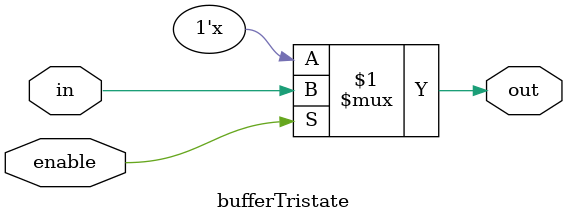
<source format=v>
/* 模組名稱：三態緩衝器
   著作權宣告：copyright 2012 林博仁(pika1021@gmail.com)
   */
`timescale 1ns / 100ps

module bufferTristate(out, in, enable);
  output out;
  wire out;
  input in, enable;
	wire in, enable;

  assign out = (enable) ? in : 1'bz;
endmodule

</source>
